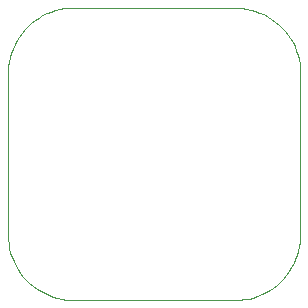
<source format=gm1>
%FSTAX44Y44*%
%MOMM*%
%SFA1B1*%

%IPPOS*%
%ADD54C,0.100000*%
%LNpcb1-1*%
%LPD*%
G54D54*
X00566963Y0051816D02*
D01*
X00566829Y00522007*
X00566427Y00525835*
X00565758Y00529627*
X00564827Y00533362*
X00563637Y00537023*
X00562195Y00540593*
X00560507Y00544053*
X00558583Y00547387*
X0055643Y00550578*
X0055406Y00553612*
X00551484Y00556473*
X00548715Y00559147*
X00545765Y00561621*
X00542651Y00563884*
X00539386Y00565924*
X00535987Y00567731*
X0053247Y00569297*
X00528853Y00570614*
X00525152Y00571675*
X00521387Y00572475*
X00517575Y00573011*
X00513734Y0057328*
X0051181Y00573313*
X0037468D02*
D01*
X00370833Y00573179*
X00367004Y00572777*
X00363213Y00572108*
X00359478Y00571177*
X00355817Y00569987*
X00352247Y00568545*
X00348787Y00566857*
X00345453Y00564933*
X00342262Y0056278*
X00339228Y0056041*
X00336367Y00557834*
X00333693Y00555065*
X00331219Y00552115*
X00328956Y00549001*
X00326916Y00545736*
X00325108Y00542337*
X00323542Y0053882*
X00322226Y00535203*
X00321165Y00531502*
X00320364Y00527737*
X00319828Y00523925*
X0031956Y00520084*
X00319526Y0051816*
Y0038103D02*
D01*
X00319661Y00377183*
X00320063Y00373354*
X00320732Y00369563*
X00321663Y00365828*
X00322853Y00362167*
X00324295Y00358597*
X00325982Y00355137*
X00327907Y00351803*
X0033006Y00348612*
X0033243Y00345578*
X00335006Y00342717*
X00337775Y00340043*
X00340724Y00337569*
X00343839Y00335306*
X00347103Y00333266*
X00350502Y00331458*
X00354019Y00329892*
X00357637Y00328576*
X00361337Y00327515*
X00365103Y00326714*
X00368915Y00326178*
X00372755Y0032591*
X0037468Y00325876*
X0051181D02*
D01*
X00515657Y00326011*
X00519485Y00326413*
X00523277Y00327082*
X00527012Y00328013*
X00530673Y00329203*
X00534243Y00330645*
X00537703Y00332332*
X00541037Y00334257*
X00544228Y0033641*
X00547262Y0033878*
X00550123Y00341356*
X00552797Y00344125*
X00555271Y00347074*
X00557534Y00350189*
X00559574Y00353453*
X00561381Y00356852*
X00562947Y00360369*
X00564264Y00363987*
X00565325Y00367687*
X00566125Y00371453*
X00566661Y00375265*
X0056693Y00379105*
X00566963Y0038103*
Y00479535*
X00473185Y00325876D02*
X0051181D01*
X0037468D02*
X00413304D01*
X00319526Y0038103D02*
Y004826D01*
Y00479535D02*
Y0051816D01*
X0037468Y00573313D02*
X00413304D01*
X00566963Y00479535D02*
Y0051816D01*
X00375675Y00573313D02*
X00414299D01*
X00473185D02*
X0051181D01*
X004427Y00325876D02*
X0047219D01*
X00413304D02*
X004427D01*
X00443789Y00573313D02*
X00473185D01*
X00414299D02*
X00443789D01*
M02*
</source>
